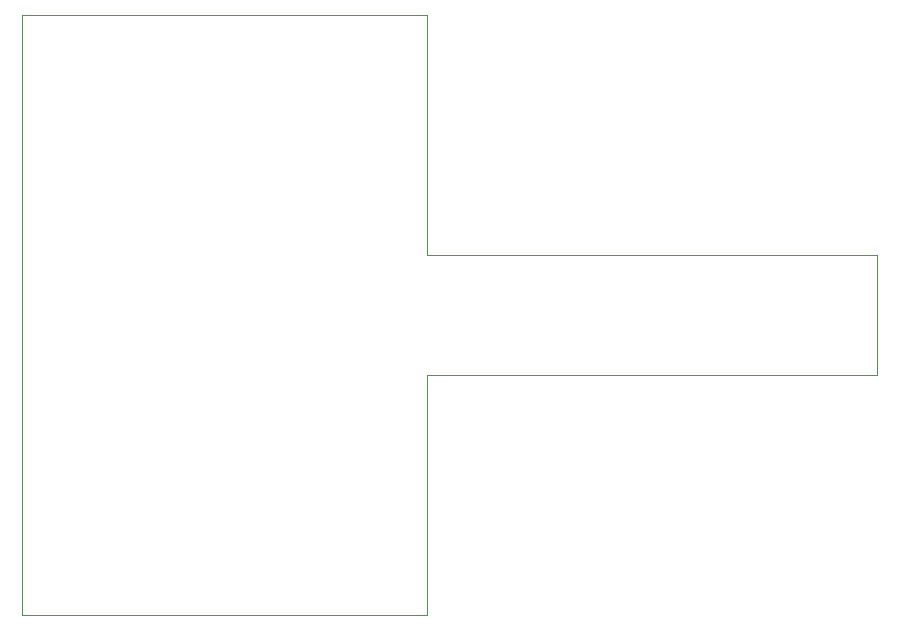
<source format=gm1>
G04 #@! TF.GenerationSoftware,KiCad,Pcbnew,5.1.6+dfsg1-1*
G04 #@! TF.CreationDate,2022-05-06T15:08:44-04:00*
G04 #@! TF.ProjectId,esp32-breadboard-adapter,65737033-322d-4627-9265-6164626f6172,rev?*
G04 #@! TF.SameCoordinates,Original*
G04 #@! TF.FileFunction,Profile,NP*
%FSLAX46Y46*%
G04 Gerber Fmt 4.6, Leading zero omitted, Abs format (unit mm)*
G04 Created by KiCad (PCBNEW 5.1.6+dfsg1-1) date 2022-05-06 15:08:44*
%MOMM*%
%LPD*%
G01*
G04 APERTURE LIST*
G04 #@! TA.AperFunction,Profile*
%ADD10C,0.050000*%
G04 #@! TD*
G04 APERTURE END LIST*
D10*
X194310000Y-123190000D02*
X160020000Y-123190000D01*
X160020000Y-123190000D02*
X160020000Y-72390000D01*
X160020000Y-72390000D02*
X194310000Y-72390000D01*
X194310000Y-102870000D02*
X194310000Y-123190000D01*
X194310000Y-72390000D02*
X194310000Y-92710000D01*
X232410000Y-102870000D02*
X194310000Y-102870000D01*
X232410000Y-92710000D02*
X232410000Y-102870000D01*
X194310000Y-92710000D02*
X232410000Y-92710000D01*
M02*

</source>
